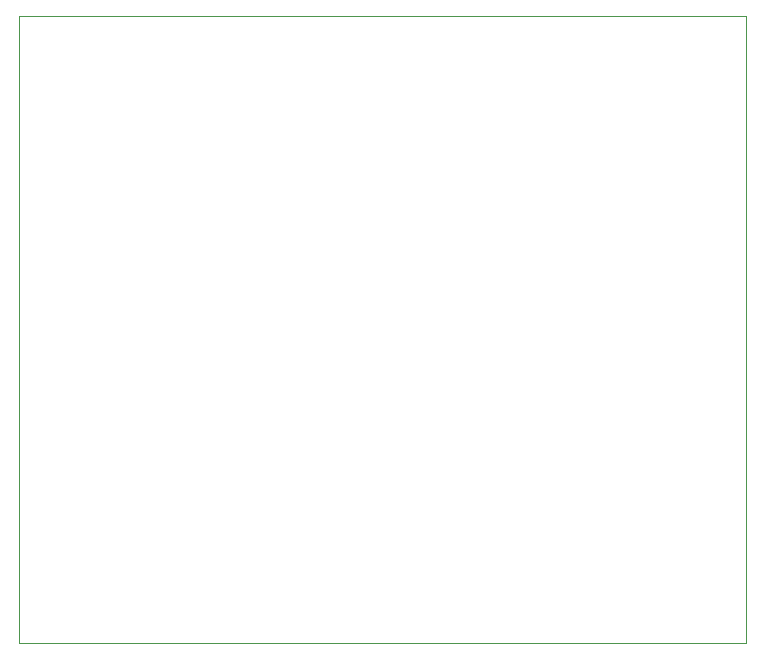
<source format=gbr>
%TF.GenerationSoftware,KiCad,Pcbnew,7.0.1*%
%TF.CreationDate,2023-06-01T09:44:18-03:00*%
%TF.ProjectId,BitBangARM,42697442-616e-4674-9152-4d2e6b696361,rev?*%
%TF.SameCoordinates,Original*%
%TF.FileFunction,Profile,NP*%
%FSLAX46Y46*%
G04 Gerber Fmt 4.6, Leading zero omitted, Abs format (unit mm)*
G04 Created by KiCad (PCBNEW 7.0.1) date 2023-06-01 09:44:18*
%MOMM*%
%LPD*%
G01*
G04 APERTURE LIST*
%TA.AperFunction,Profile*%
%ADD10C,0.100000*%
%TD*%
G04 APERTURE END LIST*
D10*
X180541500Y-76038100D02*
X180541500Y-129124100D01*
X118946500Y-76038100D02*
X180541500Y-76038100D01*
X180541500Y-129124100D02*
X118946500Y-129124100D01*
X118946500Y-76038100D02*
X118946500Y-129124100D01*
M02*

</source>
